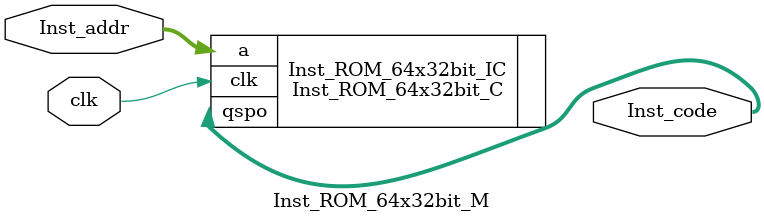
<source format=v>
`timescale 1ns / 1ps
module Inst_ROM_64x32bit_M(Inst_addr,clk,Inst_code
    );
	input [5:0] Inst_addr;
	input clk;
	output [31:0] Inst_code;
	Inst_ROM_64x32bit_C Inst_ROM_64x32bit_IC (
		.a(Inst_addr), // input [5 : 0] a
		.clk(clk), // input clk
		.qspo(Inst_code) // output [31 : 0] spo
	);

endmodule

</source>
